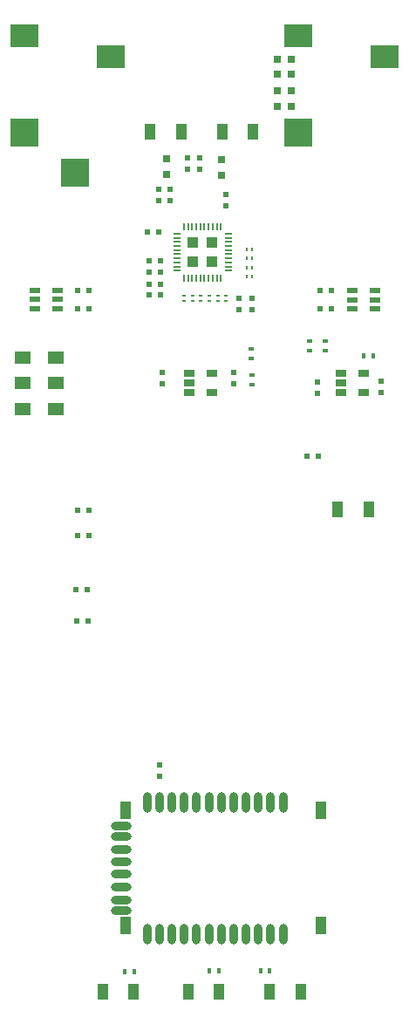
<source format=gbr>
G04 #@! TF.FileFunction,Paste,Top*
%FSLAX46Y46*%
G04 Gerber Fmt 4.6, Leading zero omitted, Abs format (unit mm)*
G04 Created by KiCad (PCBNEW 4.0.0-stable) date Friday, August 18, 2017 'PMt' 03:24:48 PM*
%MOMM*%
G01*
G04 APERTURE LIST*
%ADD10C,0.100000*%
%ADD11R,1.000000X1.600000*%
%ADD12R,1.032000X0.500000*%
%ADD13R,1.032000X0.622000*%
%ADD14R,0.750000X0.800000*%
%ADD15R,1.600000X1.200000*%
%ADD16O,0.800000X2.000000*%
%ADD17O,2.000000X0.800000*%
%ADD18R,1.000000X1.800000*%
%ADD19R,0.200000X0.750000*%
%ADD20R,0.750000X0.200000*%
%ADD21R,1.140000X1.140000*%
%ADD22R,1.060000X0.650000*%
%ADD23R,2.800000X2.800000*%
%ADD24R,2.800000X2.200000*%
%ADD25R,0.500000X0.600000*%
%ADD26R,0.600000X0.500000*%
%ADD27R,0.400000X0.600000*%
%ADD28R,0.600000X0.400000*%
%ADD29R,0.430000X0.280000*%
%ADD30R,0.280000X0.430000*%
G04 APERTURE END LIST*
D10*
D11*
X127278000Y-123317000D03*
X130278000Y-123317000D03*
X111072800Y-123317000D03*
X114072800Y-123317000D03*
X119353200Y-123317000D03*
X122353200Y-123317000D03*
X115695600Y-39878000D03*
X118695600Y-39878000D03*
X122655200Y-39878000D03*
X125655200Y-39878000D03*
X133882000Y-76504800D03*
X136882000Y-76504800D03*
D12*
X104472000Y-56164400D03*
X106680000Y-56164400D03*
D13*
X104472000Y-57048400D03*
X104472000Y-55280400D03*
X106680000Y-55280400D03*
X106680000Y-57048400D03*
D14*
X128041400Y-35902200D03*
X128041400Y-37402200D03*
X128028700Y-34316100D03*
X128028700Y-32816100D03*
X129413000Y-37402200D03*
X129413000Y-35902200D03*
X122567700Y-44069700D03*
X122567700Y-42569700D03*
X117259100Y-44006200D03*
X117259100Y-42506200D03*
X129387600Y-32816100D03*
X129387600Y-34316100D03*
D15*
X106502000Y-64262000D03*
X103302000Y-64262000D03*
X106502000Y-66762000D03*
X103302000Y-66762000D03*
X103302000Y-61762000D03*
X106502000Y-61762000D03*
D16*
X128580400Y-104953600D03*
X127380400Y-104953600D03*
X126180400Y-104953600D03*
X124980400Y-104953600D03*
X123780400Y-104953600D03*
X122580400Y-104953600D03*
X121380400Y-104953600D03*
X120180400Y-104953600D03*
X118980400Y-104953600D03*
X117780400Y-104953600D03*
X116580400Y-104953600D03*
X115380400Y-104953600D03*
D17*
X112880400Y-107253600D03*
X112880400Y-108253600D03*
X112880400Y-109553600D03*
X112880400Y-110753600D03*
X112880400Y-111953600D03*
X112880400Y-113153600D03*
X112880400Y-114453600D03*
X112880400Y-115453600D03*
D16*
X115380400Y-117753600D03*
X116580400Y-117753600D03*
X117780400Y-117753600D03*
X118980400Y-117753600D03*
X120180400Y-117753600D03*
X121380400Y-117753600D03*
X122580400Y-117753600D03*
X123780400Y-117753600D03*
X124980400Y-117753600D03*
X126180400Y-117753600D03*
X127380400Y-117753600D03*
X128580400Y-117753600D03*
D18*
X113280400Y-105753600D03*
X113280400Y-116953600D03*
X132280400Y-116953600D03*
X132280400Y-105753600D03*
D19*
X118951600Y-54062000D03*
X119351600Y-54062000D03*
X119751600Y-54062000D03*
X120151600Y-54062000D03*
X120551600Y-54062000D03*
X120951600Y-54062000D03*
X121351600Y-54062000D03*
X121751600Y-54062000D03*
X122151600Y-54062000D03*
X122551600Y-54062000D03*
D20*
X123251600Y-53362000D03*
X123251600Y-52962000D03*
X123251600Y-52562000D03*
X123251600Y-52162000D03*
X123251600Y-51762000D03*
X123251600Y-51362000D03*
X123251600Y-50962000D03*
X123251600Y-50562000D03*
X123251600Y-50162000D03*
X123251600Y-49762000D03*
D19*
X122551600Y-49062000D03*
X122151600Y-49062000D03*
X121751600Y-49062000D03*
X121351600Y-49062000D03*
X120951600Y-49062000D03*
X120551600Y-49062000D03*
X120151600Y-49062000D03*
X119751600Y-49062000D03*
X119351600Y-49062000D03*
X118951600Y-49062000D03*
D20*
X118251600Y-49762000D03*
X118251600Y-50162000D03*
X118251600Y-50562000D03*
X118251600Y-50962000D03*
X118251600Y-51362000D03*
X118251600Y-51762000D03*
X118251600Y-52162000D03*
X118251600Y-52562000D03*
X118251600Y-52962000D03*
X118251600Y-53362000D03*
D21*
X121701600Y-50612000D03*
X119801600Y-50612000D03*
X121701600Y-52512000D03*
X119801600Y-52512000D03*
D22*
X134231200Y-63312000D03*
X134231200Y-64262000D03*
X134231200Y-65212000D03*
X136431200Y-65212000D03*
X136431200Y-63312000D03*
X119448400Y-63312000D03*
X119448400Y-64262000D03*
X119448400Y-65212000D03*
X121648400Y-65212000D03*
X121648400Y-63312000D03*
D12*
X137513800Y-56179800D03*
X135305800Y-56179800D03*
D13*
X137513800Y-55295800D03*
X137513800Y-57063800D03*
X135305800Y-57063800D03*
X135305800Y-55295800D03*
D23*
X108395200Y-43848400D03*
X103445200Y-39948400D03*
D24*
X111845200Y-32548400D03*
X103445200Y-30548400D03*
D23*
X130064400Y-39948400D03*
D24*
X138464400Y-32548400D03*
X130064400Y-30548400D03*
D25*
X116586000Y-102480200D03*
X116586000Y-101380200D03*
X116674900Y-52434400D03*
X116674900Y-53534400D03*
X116547900Y-45462100D03*
X116547900Y-46562100D03*
X124307600Y-57179300D03*
X124307600Y-56079300D03*
X125603000Y-57179300D03*
X125603000Y-56079300D03*
D26*
X116653400Y-55664100D03*
X115553400Y-55664100D03*
X116653400Y-54686200D03*
X115553400Y-54686200D03*
D25*
X115557300Y-52434400D03*
X115557300Y-53534400D03*
D26*
X116513700Y-49606200D03*
X115413700Y-49606200D03*
D25*
X117602000Y-46562100D03*
X117602000Y-45462100D03*
X123012200Y-47032000D03*
X123012200Y-45932000D03*
X120484900Y-43539500D03*
X120484900Y-42439500D03*
X119329200Y-43539500D03*
X119329200Y-42439500D03*
D26*
X130933100Y-71361300D03*
X132033100Y-71361300D03*
D25*
X138125200Y-65167600D03*
X138125200Y-64067600D03*
D26*
X132139600Y-55295800D03*
X133239600Y-55295800D03*
X132139600Y-57086500D03*
X133239600Y-57086500D03*
X109744600Y-57048400D03*
X108644600Y-57048400D03*
X109706500Y-55295800D03*
X108606500Y-55295800D03*
D25*
X116840000Y-63204000D03*
X116840000Y-64304000D03*
X131876800Y-65256500D03*
X131876800Y-64156500D03*
X123774200Y-64367500D03*
X123774200Y-63267500D03*
D26*
X109757300Y-76606400D03*
X108657300Y-76606400D03*
X109719200Y-79095600D03*
X108619200Y-79095600D03*
X109592200Y-84328000D03*
X108492200Y-84328000D03*
X109655700Y-87376000D03*
X108555700Y-87376000D03*
D27*
X127272200Y-121285000D03*
X126372200Y-121285000D03*
X113215000Y-121412000D03*
X114115000Y-121412000D03*
D28*
X125514100Y-61841800D03*
X125514100Y-60941800D03*
X125526800Y-63519900D03*
X125526800Y-64419900D03*
D27*
X121444600Y-121335800D03*
X122344600Y-121335800D03*
D28*
X131165600Y-60205200D03*
X131165600Y-61105200D03*
X132689600Y-60205200D03*
X132689600Y-61105200D03*
D27*
X136405200Y-61607700D03*
X137305200Y-61607700D03*
D29*
X118973600Y-56292400D03*
X118973600Y-55772400D03*
X120599200Y-56292400D03*
X120599200Y-55772400D03*
X121412000Y-56292400D03*
X121412000Y-55772400D03*
X122224800Y-56292400D03*
X122224800Y-55772400D03*
X123037600Y-56292400D03*
X123037600Y-55772400D03*
X119786400Y-56292400D03*
X119786400Y-55772400D03*
D30*
X125596300Y-51320700D03*
X125076300Y-51320700D03*
X125596300Y-52184300D03*
X125076300Y-52184300D03*
X125596300Y-53047900D03*
X125076300Y-53047900D03*
X125596300Y-53911500D03*
X125076300Y-53911500D03*
M02*

</source>
